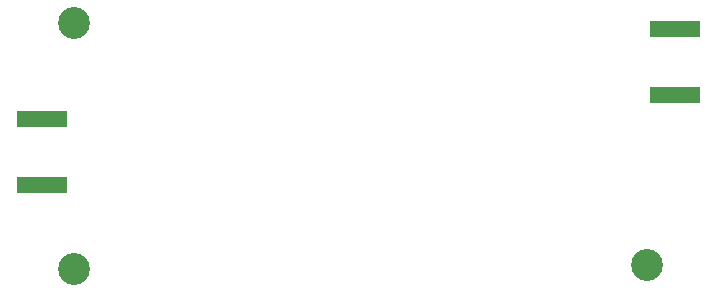
<source format=gbr>
%TF.GenerationSoftware,KiCad,Pcbnew,(5.1.9)-1*%
%TF.CreationDate,2021-01-25T16:28:16-05:00*%
%TF.ProjectId,LNA_1,4c4e415f-312e-46b6-9963-61645f706362,rev?*%
%TF.SameCoordinates,Original*%
%TF.FileFunction,Soldermask,Bot*%
%TF.FilePolarity,Negative*%
%FSLAX46Y46*%
G04 Gerber Fmt 4.6, Leading zero omitted, Abs format (unit mm)*
G04 Created by KiCad (PCBNEW (5.1.9)-1) date 2021-01-25 16:28:16*
%MOMM*%
%LPD*%
G01*
G04 APERTURE LIST*
%ADD10C,2.700000*%
%ADD11R,4.200000X1.350000*%
G04 APERTURE END LIST*
D10*
%TO.C,REF\u002A\u002A*%
X86106000Y-78486000D03*
%TD*%
%TO.C,REF\u002A\u002A*%
X134620000Y-78105000D03*
%TD*%
%TO.C,REF\u002A\u002A*%
X86106000Y-57658000D03*
%TD*%
D11*
%TO.C,J1*%
X83385000Y-65755000D03*
X83385000Y-71405000D03*
%TD*%
%TO.C,J2*%
X136960000Y-58135000D03*
X136960000Y-63785000D03*
%TD*%
M02*

</source>
